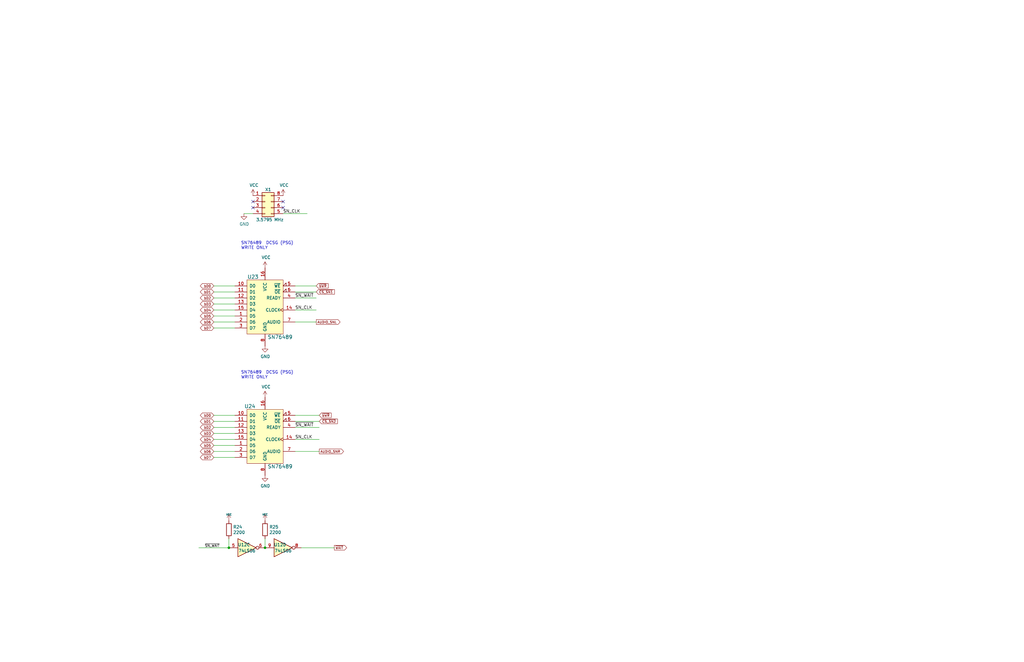
<source format=kicad_sch>
(kicad_sch (version 20211123) (generator eeschema)

  (uuid b69a56fb-9f26-4ddd-a5ca-82bddf3b9b5c)

  (paper "B")

  (lib_symbols
    (symbol "74xx:74LS06" (pin_names (offset 1.016)) (in_bom yes) (on_board yes)
      (property "Reference" "U" (id 0) (at 0 1.27 0)
        (effects (font (size 1.27 1.27)))
      )
      (property "Value" "74LS06" (id 1) (at 0 -1.27 0)
        (effects (font (size 1.27 1.27)))
      )
      (property "Footprint" "" (id 2) (at 0 0 0)
        (effects (font (size 1.27 1.27)) hide)
      )
      (property "Datasheet" "http://www.ti.com/lit/gpn/sn74LS06" (id 3) (at 0 0 0)
        (effects (font (size 1.27 1.27)) hide)
      )
      (property "ki_locked" "" (id 4) (at 0 0 0)
        (effects (font (size 1.27 1.27)))
      )
      (property "ki_keywords" "TTL not inv OpenCol" (id 5) (at 0 0 0)
        (effects (font (size 1.27 1.27)) hide)
      )
      (property "ki_description" "Inverter Open Collect" (id 6) (at 0 0 0)
        (effects (font (size 1.27 1.27)) hide)
      )
      (property "ki_fp_filters" "DIP*W7.62mm*" (id 7) (at 0 0 0)
        (effects (font (size 1.27 1.27)) hide)
      )
      (symbol "74LS06_1_0"
        (polyline
          (pts
            (xy -3.81 3.81)
            (xy -3.81 -3.81)
            (xy 3.81 0)
            (xy -3.81 3.81)
          )
          (stroke (width 0.254) (type default) (color 0 0 0 0))
          (fill (type background))
        )
        (pin input line (at -7.62 0 0) (length 3.81)
          (name "~" (effects (font (size 1.27 1.27))))
          (number "1" (effects (font (size 1.27 1.27))))
        )
        (pin open_collector inverted (at 7.62 0 180) (length 3.81)
          (name "~" (effects (font (size 1.27 1.27))))
          (number "2" (effects (font (size 1.27 1.27))))
        )
      )
      (symbol "74LS06_2_0"
        (polyline
          (pts
            (xy -3.81 3.81)
            (xy -3.81 -3.81)
            (xy 3.81 0)
            (xy -3.81 3.81)
          )
          (stroke (width 0.254) (type default) (color 0 0 0 0))
          (fill (type background))
        )
        (pin input line (at -7.62 0 0) (length 3.81)
          (name "~" (effects (font (size 1.27 1.27))))
          (number "3" (effects (font (size 1.27 1.27))))
        )
        (pin open_collector inverted (at 7.62 0 180) (length 3.81)
          (name "~" (effects (font (size 1.27 1.27))))
          (number "4" (effects (font (size 1.27 1.27))))
        )
      )
      (symbol "74LS06_3_0"
        (polyline
          (pts
            (xy -3.81 3.81)
            (xy -3.81 -3.81)
            (xy 3.81 0)
            (xy -3.81 3.81)
          )
          (stroke (width 0.254) (type default) (color 0 0 0 0))
          (fill (type background))
        )
        (pin input line (at -7.62 0 0) (length 3.81)
          (name "~" (effects (font (size 1.27 1.27))))
          (number "5" (effects (font (size 1.27 1.27))))
        )
        (pin open_collector inverted (at 7.62 0 180) (length 3.81)
          (name "~" (effects (font (size 1.27 1.27))))
          (number "6" (effects (font (size 1.27 1.27))))
        )
      )
      (symbol "74LS06_4_0"
        (polyline
          (pts
            (xy -3.81 3.81)
            (xy -3.81 -3.81)
            (xy 3.81 0)
            (xy -3.81 3.81)
          )
          (stroke (width 0.254) (type default) (color 0 0 0 0))
          (fill (type background))
        )
        (pin open_collector inverted (at 7.62 0 180) (length 3.81)
          (name "~" (effects (font (size 1.27 1.27))))
          (number "8" (effects (font (size 1.27 1.27))))
        )
        (pin input line (at -7.62 0 0) (length 3.81)
          (name "~" (effects (font (size 1.27 1.27))))
          (number "9" (effects (font (size 1.27 1.27))))
        )
      )
      (symbol "74LS06_5_0"
        (polyline
          (pts
            (xy -3.81 3.81)
            (xy -3.81 -3.81)
            (xy 3.81 0)
            (xy -3.81 3.81)
          )
          (stroke (width 0.254) (type default) (color 0 0 0 0))
          (fill (type background))
        )
        (pin open_collector inverted (at 7.62 0 180) (length 3.81)
          (name "~" (effects (font (size 1.27 1.27))))
          (number "10" (effects (font (size 1.27 1.27))))
        )
        (pin input line (at -7.62 0 0) (length 3.81)
          (name "~" (effects (font (size 1.27 1.27))))
          (number "11" (effects (font (size 1.27 1.27))))
        )
      )
      (symbol "74LS06_6_0"
        (polyline
          (pts
            (xy -3.81 3.81)
            (xy -3.81 -3.81)
            (xy 3.81 0)
            (xy -3.81 3.81)
          )
          (stroke (width 0.254) (type default) (color 0 0 0 0))
          (fill (type background))
        )
        (pin open_collector inverted (at 7.62 0 180) (length 3.81)
          (name "~" (effects (font (size 1.27 1.27))))
          (number "12" (effects (font (size 1.27 1.27))))
        )
        (pin input line (at -7.62 0 0) (length 3.81)
          (name "~" (effects (font (size 1.27 1.27))))
          (number "13" (effects (font (size 1.27 1.27))))
        )
      )
      (symbol "74LS06_7_0"
        (pin power_in line (at 0 12.7 270) (length 5.08)
          (name "VCC" (effects (font (size 1.27 1.27))))
          (number "14" (effects (font (size 1.27 1.27))))
        )
        (pin power_in line (at 0 -12.7 90) (length 5.08)
          (name "GND" (effects (font (size 1.27 1.27))))
          (number "7" (effects (font (size 1.27 1.27))))
        )
      )
      (symbol "74LS06_7_1"
        (rectangle (start -5.08 7.62) (end 5.08 -7.62)
          (stroke (width 0.254) (type default) (color 0 0 0 0))
          (fill (type background))
        )
      )
    )
    (symbol "Connector_Generic:Conn_02x04_Counter_Clockwise" (pin_names (offset 1.016) hide) (in_bom yes) (on_board yes)
      (property "Reference" "J" (id 0) (at 1.27 5.08 0)
        (effects (font (size 1.27 1.27)))
      )
      (property "Value" "Conn_02x04_Counter_Clockwise" (id 1) (at 1.27 -7.62 0)
        (effects (font (size 1.27 1.27)))
      )
      (property "Footprint" "" (id 2) (at 0 0 0)
        (effects (font (size 1.27 1.27)) hide)
      )
      (property "Datasheet" "~" (id 3) (at 0 0 0)
        (effects (font (size 1.27 1.27)) hide)
      )
      (property "ki_keywords" "connector" (id 4) (at 0 0 0)
        (effects (font (size 1.27 1.27)) hide)
      )
      (property "ki_description" "Generic connector, double row, 02x04, counter clockwise pin numbering scheme (similar to DIP package numbering), script generated (kicad-library-utils/schlib/autogen/connector/)" (id 5) (at 0 0 0)
        (effects (font (size 1.27 1.27)) hide)
      )
      (property "ki_fp_filters" "Connector*:*_2x??_*" (id 6) (at 0 0 0)
        (effects (font (size 1.27 1.27)) hide)
      )
      (symbol "Conn_02x04_Counter_Clockwise_1_1"
        (rectangle (start -1.27 -4.953) (end 0 -5.207)
          (stroke (width 0.1524) (type default) (color 0 0 0 0))
          (fill (type none))
        )
        (rectangle (start -1.27 -2.413) (end 0 -2.667)
          (stroke (width 0.1524) (type default) (color 0 0 0 0))
          (fill (type none))
        )
        (rectangle (start -1.27 0.127) (end 0 -0.127)
          (stroke (width 0.1524) (type default) (color 0 0 0 0))
          (fill (type none))
        )
        (rectangle (start -1.27 2.667) (end 0 2.413)
          (stroke (width 0.1524) (type default) (color 0 0 0 0))
          (fill (type none))
        )
        (rectangle (start -1.27 3.81) (end 3.81 -6.35)
          (stroke (width 0.254) (type default) (color 0 0 0 0))
          (fill (type background))
        )
        (rectangle (start 3.81 -4.953) (end 2.54 -5.207)
          (stroke (width 0.1524) (type default) (color 0 0 0 0))
          (fill (type none))
        )
        (rectangle (start 3.81 -2.413) (end 2.54 -2.667)
          (stroke (width 0.1524) (type default) (color 0 0 0 0))
          (fill (type none))
        )
        (rectangle (start 3.81 0.127) (end 2.54 -0.127)
          (stroke (width 0.1524) (type default) (color 0 0 0 0))
          (fill (type none))
        )
        (rectangle (start 3.81 2.667) (end 2.54 2.413)
          (stroke (width 0.1524) (type default) (color 0 0 0 0))
          (fill (type none))
        )
        (pin passive line (at -5.08 2.54 0) (length 3.81)
          (name "Pin_1" (effects (font (size 1.27 1.27))))
          (number "1" (effects (font (size 1.27 1.27))))
        )
        (pin passive line (at -5.08 0 0) (length 3.81)
          (name "Pin_2" (effects (font (size 1.27 1.27))))
          (number "2" (effects (font (size 1.27 1.27))))
        )
        (pin passive line (at -5.08 -2.54 0) (length 3.81)
          (name "Pin_3" (effects (font (size 1.27 1.27))))
          (number "3" (effects (font (size 1.27 1.27))))
        )
        (pin passive line (at -5.08 -5.08 0) (length 3.81)
          (name "Pin_4" (effects (font (size 1.27 1.27))))
          (number "4" (effects (font (size 1.27 1.27))))
        )
        (pin passive line (at 7.62 -5.08 180) (length 3.81)
          (name "Pin_5" (effects (font (size 1.27 1.27))))
          (number "5" (effects (font (size 1.27 1.27))))
        )
        (pin passive line (at 7.62 -2.54 180) (length 3.81)
          (name "Pin_6" (effects (font (size 1.27 1.27))))
          (number "6" (effects (font (size 1.27 1.27))))
        )
        (pin passive line (at 7.62 0 180) (length 3.81)
          (name "Pin_7" (effects (font (size 1.27 1.27))))
          (number "7" (effects (font (size 1.27 1.27))))
        )
        (pin passive line (at 7.62 2.54 180) (length 3.81)
          (name "Pin_8" (effects (font (size 1.27 1.27))))
          (number "8" (effects (font (size 1.27 1.27))))
        )
      )
    )
    (symbol "Device:R" (pin_numbers hide) (pin_names (offset 0)) (in_bom yes) (on_board yes)
      (property "Reference" "R" (id 0) (at 2.032 0 90)
        (effects (font (size 1.27 1.27)))
      )
      (property "Value" "R" (id 1) (at 0 0 90)
        (effects (font (size 1.27 1.27)))
      )
      (property "Footprint" "" (id 2) (at -1.778 0 90)
        (effects (font (size 1.27 1.27)) hide)
      )
      (property "Datasheet" "~" (id 3) (at 0 0 0)
        (effects (font (size 1.27 1.27)) hide)
      )
      (property "ki_keywords" "R res resistor" (id 4) (at 0 0 0)
        (effects (font (size 1.27 1.27)) hide)
      )
      (property "ki_description" "Resistor" (id 5) (at 0 0 0)
        (effects (font (size 1.27 1.27)) hide)
      )
      (property "ki_fp_filters" "R_*" (id 6) (at 0 0 0)
        (effects (font (size 1.27 1.27)) hide)
      )
      (symbol "R_0_1"
        (rectangle (start -1.016 -2.54) (end 1.016 2.54)
          (stroke (width 0.254) (type default) (color 0 0 0 0))
          (fill (type none))
        )
      )
      (symbol "R_1_1"
        (pin passive line (at 0 3.81 270) (length 1.27)
          (name "~" (effects (font (size 1.27 1.27))))
          (number "1" (effects (font (size 1.27 1.27))))
        )
        (pin passive line (at 0 -3.81 90) (length 1.27)
          (name "~" (effects (font (size 1.27 1.27))))
          (number "2" (effects (font (size 1.27 1.27))))
        )
      )
    )
    (symbol "SN76489:SN76489-oldchips" (pin_names (offset 1.016)) (in_bom yes) (on_board yes)
      (property "Reference" "U25" (id 0) (at -6.35 25.4 0)
        (effects (font (size 1.524 1.524)))
      )
      (property "Value" "SN76489-oldchips" (id 1) (at 6.35 0 0)
        (effects (font (size 1.524 1.524)))
      )
      (property "Footprint" "Package_DIP:DIP-16_W7.62mm" (id 2) (at -6.35 25.4 0)
        (effects (font (size 1.524 1.524)) hide)
      )
      (property "Datasheet" "" (id 3) (at -6.35 25.4 0)
        (effects (font (size 1.524 1.524)) hide)
      )
      (symbol "SN76489-oldchips_0_1"
        (rectangle (start -7.62 24.13) (end 7.62 1.27)
          (stroke (width 0) (type default) (color 0 0 0 0))
          (fill (type background))
        )
      )
      (symbol "SN76489-oldchips_1_1"
        (pin input line (at -12.7 8.89 0) (length 5.08)
          (name "D5" (effects (font (size 1.27 1.27))))
          (number "1" (effects (font (size 1.27 1.27))))
        )
        (pin input line (at -12.7 21.59 0) (length 5.08)
          (name "D0" (effects (font (size 1.27 1.27))))
          (number "10" (effects (font (size 1.27 1.27))))
        )
        (pin input line (at -12.7 19.05 0) (length 5.08)
          (name "D1" (effects (font (size 1.27 1.27))))
          (number "11" (effects (font (size 1.27 1.27))))
        )
        (pin input line (at -12.7 16.51 0) (length 5.08)
          (name "D2" (effects (font (size 1.27 1.27))))
          (number "12" (effects (font (size 1.27 1.27))))
        )
        (pin input line (at -12.7 13.97 0) (length 5.08)
          (name "D3" (effects (font (size 1.27 1.27))))
          (number "13" (effects (font (size 1.27 1.27))))
        )
        (pin input clock (at 12.7 11.43 180) (length 5.08)
          (name "CLOCK" (effects (font (size 1.27 1.27))))
          (number "14" (effects (font (size 1.27 1.27))))
        )
        (pin input line (at -12.7 11.43 0) (length 5.08)
          (name "D4" (effects (font (size 1.27 1.27))))
          (number "15" (effects (font (size 1.27 1.27))))
        )
        (pin input line (at 0 29.21 270) (length 5.08)
          (name "VCC" (effects (font (size 1.27 1.27))))
          (number "16" (effects (font (size 1.27 1.27))))
        )
        (pin input line (at -12.7 6.35 0) (length 5.08)
          (name "D6" (effects (font (size 1.27 1.27))))
          (number "2" (effects (font (size 1.27 1.27))))
        )
        (pin input line (at -12.7 3.81 0) (length 5.08)
          (name "D7" (effects (font (size 1.27 1.27))))
          (number "3" (effects (font (size 1.27 1.27))))
        )
        (pin open_collector line (at 12.7 16.51 180) (length 5.08)
          (name "READY" (effects (font (size 1.27 1.27))))
          (number "4" (effects (font (size 1.27 1.27))))
        )
        (pin input input_low (at 12.7 21.59 180) (length 5.08)
          (name "~{WE}" (effects (font (size 1.27 1.27))))
          (number "5" (effects (font (size 1.27 1.27))))
        )
        (pin input input_low (at 12.7 19.05 180) (length 5.08)
          (name "~{OE}" (effects (font (size 1.27 1.27))))
          (number "6" (effects (font (size 1.27 1.27))))
        )
        (pin output line (at 12.7 6.35 180) (length 5.08)
          (name "AUDIO" (effects (font (size 1.27 1.27))))
          (number "7" (effects (font (size 1.27 1.27))))
        )
        (pin input line (at 0 -3.81 90) (length 5.08)
          (name "GND" (effects (font (size 1.27 1.27))))
          (number "8" (effects (font (size 1.27 1.27))))
        )
        (pin no_connect line (at 12.7 3.81 180) (length 5.08) hide
          (name "N.C." (effects (font (size 1.27 1.27))))
          (number "9" (effects (font (size 1.27 1.27))))
        )
      )
    )
    (symbol "power:GND" (power) (pin_names (offset 0)) (in_bom yes) (on_board yes)
      (property "Reference" "#PWR" (id 0) (at 0 -6.35 0)
        (effects (font (size 1.27 1.27)) hide)
      )
      (property "Value" "GND" (id 1) (at 0 -3.81 0)
        (effects (font (size 1.27 1.27)))
      )
      (property "Footprint" "" (id 2) (at 0 0 0)
        (effects (font (size 1.27 1.27)) hide)
      )
      (property "Datasheet" "" (id 3) (at 0 0 0)
        (effects (font (size 1.27 1.27)) hide)
      )
      (property "ki_keywords" "global power" (id 4) (at 0 0 0)
        (effects (font (size 1.27 1.27)) hide)
      )
      (property "ki_description" "Power symbol creates a global label with name \"GND\" , ground" (id 5) (at 0 0 0)
        (effects (font (size 1.27 1.27)) hide)
      )
      (symbol "GND_0_1"
        (polyline
          (pts
            (xy 0 0)
            (xy 0 -1.27)
            (xy 1.27 -1.27)
            (xy 0 -2.54)
            (xy -1.27 -1.27)
            (xy 0 -1.27)
          )
          (stroke (width 0) (type default) (color 0 0 0 0))
          (fill (type none))
        )
      )
      (symbol "GND_1_1"
        (pin power_in line (at 0 0 270) (length 0) hide
          (name "GND" (effects (font (size 1.27 1.27))))
          (number "1" (effects (font (size 1.27 1.27))))
        )
      )
    )
    (symbol "power:VCC" (power) (pin_names (offset 0)) (in_bom yes) (on_board yes)
      (property "Reference" "#PWR" (id 0) (at 0 -3.81 0)
        (effects (font (size 1.27 1.27)) hide)
      )
      (property "Value" "VCC" (id 1) (at 0 3.81 0)
        (effects (font (size 1.27 1.27)))
      )
      (property "Footprint" "" (id 2) (at 0 0 0)
        (effects (font (size 1.27 1.27)) hide)
      )
      (property "Datasheet" "" (id 3) (at 0 0 0)
        (effects (font (size 1.27 1.27)) hide)
      )
      (property "ki_keywords" "global power" (id 4) (at 0 0 0)
        (effects (font (size 1.27 1.27)) hide)
      )
      (property "ki_description" "Power symbol creates a global label with name \"VCC\"" (id 5) (at 0 0 0)
        (effects (font (size 1.27 1.27)) hide)
      )
      (symbol "VCC_0_1"
        (polyline
          (pts
            (xy -0.762 1.27)
            (xy 0 2.54)
          )
          (stroke (width 0) (type default) (color 0 0 0 0))
          (fill (type none))
        )
        (polyline
          (pts
            (xy 0 0)
            (xy 0 2.54)
          )
          (stroke (width 0) (type default) (color 0 0 0 0))
          (fill (type none))
        )
        (polyline
          (pts
            (xy 0 2.54)
            (xy 0.762 1.27)
          )
          (stroke (width 0) (type default) (color 0 0 0 0))
          (fill (type none))
        )
      )
      (symbol "VCC_1_1"
        (pin power_in line (at 0 0 90) (length 0) hide
          (name "VCC" (effects (font (size 1.27 1.27))))
          (number "1" (effects (font (size 1.27 1.27))))
        )
      )
    )
  )

  (junction (at 111.76 231.14) (diameter 0) (color 0 0 0 0)
    (uuid 20ea060f-42d5-48fd-afbc-2b76f8b93ab8)
  )
  (junction (at 96.52 231.14) (diameter 0) (color 0 0 0 0)
    (uuid 359d8026-da94-47a6-8dd3-c0a564e2509b)
  )

  (no_connect (at 119.38 87.63) (uuid 4782cece-f887-4afa-9a75-7dc85f24e059))
  (no_connect (at 106.68 85.09) (uuid 6e8d7f3f-aabb-4592-83d4-fe11e10de329))
  (no_connect (at 119.38 85.09) (uuid 749f59d9-2a9f-43a0-ad17-91df5572fd6a))
  (no_connect (at 106.68 87.63) (uuid a84ec774-090f-4601-9766-6dd53aa9988d))

  (wire (pts (xy 90.17 123.19) (xy 99.06 123.19))
    (stroke (width 0) (type default) (color 0 0 0 0))
    (uuid 03fd035e-e165-4db0-b83d-17ba044dd665)
  )
  (wire (pts (xy 111.76 227.33) (xy 111.76 231.14))
    (stroke (width 0) (type default) (color 0 0 0 0))
    (uuid 07847382-1535-4cf1-bbc6-c099fee6df4c)
  )
  (wire (pts (xy 133.35 123.19) (xy 124.46 123.19))
    (stroke (width 0) (type default) (color 0 0 0 0))
    (uuid 1a63fa7c-b0f0-4b9d-9d03-3abdf10e7d9d)
  )
  (wire (pts (xy 90.17 138.43) (xy 99.06 138.43))
    (stroke (width 0) (type default) (color 0 0 0 0))
    (uuid 2205723c-7f8e-4b81-aceb-f553e8f45ecc)
  )
  (wire (pts (xy 90.17 135.89) (xy 99.06 135.89))
    (stroke (width 0) (type default) (color 0 0 0 0))
    (uuid 2d0c9790-e8b7-48d3-b8af-4b1cdf8bd49e)
  )
  (wire (pts (xy 124.46 185.42) (xy 134.62 185.42))
    (stroke (width 0) (type default) (color 0 0 0 0))
    (uuid 2fa25237-ac48-4ee7-bb74-64176a274d4b)
  )
  (wire (pts (xy 124.46 135.89) (xy 133.35 135.89))
    (stroke (width 0) (type default) (color 0 0 0 0))
    (uuid 305423f9-7a83-4597-9740-d387c2838c1b)
  )
  (wire (pts (xy 90.17 125.73) (xy 99.06 125.73))
    (stroke (width 0) (type default) (color 0 0 0 0))
    (uuid 32dff103-12df-4568-bbf0-1b21e7715011)
  )
  (wire (pts (xy 102.87 90.17) (xy 106.68 90.17))
    (stroke (width 0) (type default) (color 0 0 0 0))
    (uuid 3499631a-e8cb-47e0-863e-580649d257d1)
  )
  (wire (pts (xy 90.17 128.27) (xy 99.06 128.27))
    (stroke (width 0) (type default) (color 0 0 0 0))
    (uuid 3a49094c-4be4-4694-8668-32dc8d8e7821)
  )
  (wire (pts (xy 124.46 125.73) (xy 133.35 125.73))
    (stroke (width 0) (type default) (color 0 0 0 0))
    (uuid 3dfc3349-6944-458b-811a-92edaa86a7ee)
  )
  (wire (pts (xy 90.17 190.5) (xy 99.06 190.5))
    (stroke (width 0) (type default) (color 0 0 0 0))
    (uuid 447168b0-01bd-43da-8615-d4e13043b411)
  )
  (wire (pts (xy 90.17 180.34) (xy 99.06 180.34))
    (stroke (width 0) (type default) (color 0 0 0 0))
    (uuid 4d8150bc-5315-49d6-b851-43ab22a8512e)
  )
  (wire (pts (xy 90.17 193.04) (xy 99.06 193.04))
    (stroke (width 0) (type default) (color 0 0 0 0))
    (uuid 54b676a3-7880-4e3e-96a5-7bacf12ddc4d)
  )
  (wire (pts (xy 140.97 231.14) (xy 127 231.14))
    (stroke (width 0) (type default) (color 0 0 0 0))
    (uuid 56dea4aa-7aa0-42c0-8a28-c427d8048980)
  )
  (wire (pts (xy 134.62 177.8) (xy 124.46 177.8))
    (stroke (width 0) (type default) (color 0 0 0 0))
    (uuid 6229a5ae-220a-41f7-8211-cb89792632b6)
  )
  (wire (pts (xy 124.46 130.81) (xy 133.35 130.81))
    (stroke (width 0) (type default) (color 0 0 0 0))
    (uuid 738d6322-9a54-4f13-8832-8747406eb784)
  )
  (wire (pts (xy 90.17 175.26) (xy 99.06 175.26))
    (stroke (width 0) (type default) (color 0 0 0 0))
    (uuid 7b135408-2e1a-4971-9461-ab14530861c9)
  )
  (wire (pts (xy 90.17 187.96) (xy 99.06 187.96))
    (stroke (width 0) (type default) (color 0 0 0 0))
    (uuid 91fa6a17-39a2-428f-bed0-0cf02e81823d)
  )
  (wire (pts (xy 119.38 90.17) (xy 129.54 90.17))
    (stroke (width 0) (type default) (color 0 0 0 0))
    (uuid 99979874-607c-44bd-962f-88b54aa7607a)
  )
  (wire (pts (xy 90.17 133.35) (xy 99.06 133.35))
    (stroke (width 0) (type default) (color 0 0 0 0))
    (uuid 9bbbd232-613e-4422-998d-ab0034ec875e)
  )
  (wire (pts (xy 90.17 177.8) (xy 99.06 177.8))
    (stroke (width 0) (type default) (color 0 0 0 0))
    (uuid a26e0352-880c-40ef-8d29-aae8d4a41862)
  )
  (wire (pts (xy 134.62 175.26) (xy 124.46 175.26))
    (stroke (width 0) (type default) (color 0 0 0 0))
    (uuid a291b26c-e4bc-4e4b-b030-ec834ed28418)
  )
  (wire (pts (xy 90.17 185.42) (xy 99.06 185.42))
    (stroke (width 0) (type default) (color 0 0 0 0))
    (uuid a617b204-5e9a-4acd-ac38-28fbb85d9f9e)
  )
  (wire (pts (xy 83.82 231.14) (xy 96.52 231.14))
    (stroke (width 0) (type default) (color 0 0 0 0))
    (uuid c07ca05f-47f6-4cf1-8ea3-e136d4d7e090)
  )
  (wire (pts (xy 90.17 120.65) (xy 99.06 120.65))
    (stroke (width 0) (type default) (color 0 0 0 0))
    (uuid cbaa4040-b3f1-4f77-918e-e1ee633bfa35)
  )
  (wire (pts (xy 90.17 130.81) (xy 99.06 130.81))
    (stroke (width 0) (type default) (color 0 0 0 0))
    (uuid d7e47d66-e687-48da-ae1f-5478f770eb90)
  )
  (wire (pts (xy 124.46 190.5) (xy 134.62 190.5))
    (stroke (width 0) (type default) (color 0 0 0 0))
    (uuid dec4f3c5-2e49-499a-b110-65d788c02491)
  )
  (wire (pts (xy 133.35 120.65) (xy 124.46 120.65))
    (stroke (width 0) (type default) (color 0 0 0 0))
    (uuid e6452d6c-caf3-4510-ac8f-9d566cb705c6)
  )
  (wire (pts (xy 90.17 182.88) (xy 99.06 182.88))
    (stroke (width 0) (type default) (color 0 0 0 0))
    (uuid f8c62000-02ac-4140-bca2-9d3fdd447724)
  )
  (wire (pts (xy 124.46 180.34) (xy 134.62 180.34))
    (stroke (width 0) (type default) (color 0 0 0 0))
    (uuid fd948446-cd7b-491f-95f7-16a5987db48b)
  )
  (wire (pts (xy 96.52 227.33) (xy 96.52 231.14))
    (stroke (width 0) (type default) (color 0 0 0 0))
    (uuid ff16a70a-a5c9-4c9f-a103-42647d4f69a7)
  )

  (text "SN76489  DCSG (PSG)\nWRITE ONLY" (at 101.6 105.41 0)
    (effects (font (size 1.27 1.27)) (justify left bottom))
    (uuid 25abf69f-3e1b-4c2e-9d19-ca2cc5856cae)
  )
  (text "SN76489  DCSG (PSG)\nWRITE ONLY" (at 101.6 160.02 0)
    (effects (font (size 1.27 1.27)) (justify left bottom))
    (uuid aa85fa4e-2291-49e3-aec0-f2c599f0fef0)
  )

  (label "SN_CLK" (at 124.46 185.42 0)
    (effects (font (size 1.27 1.27)) (justify left bottom))
    (uuid 2e5123fb-44b4-4dfb-bff2-1041bbc55afa)
  )
  (label "SN_CLK" (at 119.38 90.17 0)
    (effects (font (size 1.27 1.27)) (justify left bottom))
    (uuid 3ebcc98a-6631-4fa1-884a-1df1260c480b)
  )
  (label "~{SN_WAIT}" (at 86.36 231.14 0)
    (effects (font (size 1.016 1.016)) (justify left bottom))
    (uuid 746374b7-3680-4fdf-8a96-afaff2ddbd78)
  )
  (label "~{SN_WAIT}" (at 124.46 180.34 0)
    (effects (font (size 1.27 1.27)) (justify left bottom))
    (uuid 8f89cdc1-e055-40ef-a2ce-de8f6a9b0222)
  )
  (label "~{SN_WAIT}" (at 124.46 125.73 0)
    (effects (font (size 1.27 1.27)) (justify left bottom))
    (uuid 9d564aca-57b5-4d7e-b310-d5e81cd1e346)
  )
  (label "SN_CLK" (at 124.46 130.81 0)
    (effects (font (size 1.27 1.27)) (justify left bottom))
    (uuid a290c6f4-acdf-4872-8545-d7ecb121343f)
  )

  (global_label "bD7" (shape bidirectional) (at 90.17 193.04 180) (fields_autoplaced)
    (effects (font (size 1.016 1.016)) (justify right))
    (uuid 11da94ef-d1bb-437b-831d-fdae746e65fb)
    (property "Intersheet References" "${INTERSHEET_REFS}" (id 0) (at -83.82 87.63 0)
      (effects (font (size 1.27 1.27)) (justify right) hide)
    )
  )
  (global_label "bD7" (shape bidirectional) (at 90.17 138.43 180) (fields_autoplaced)
    (effects (font (size 1.016 1.016)) (justify right))
    (uuid 179c69b0-c889-482b-94e1-d1a9f1ca31a9)
    (property "Intersheet References" "${INTERSHEET_REFS}" (id 0) (at -83.82 33.02 0)
      (effects (font (size 1.27 1.27)) (justify right) hide)
    )
  )
  (global_label "~{WAIT}" (shape output) (at 140.97 231.14 0) (fields_autoplaced)
    (effects (font (size 1.016 1.016)) (justify left))
    (uuid 1853d7a5-5e6f-4417-ab0d-0c77f1d9335b)
    (property "Intersheet References" "${INTERSHEET_REFS}" (id 0) (at 146.1192 231.0765 0)
      (effects (font (size 1.016 1.016)) (justify left) hide)
    )
  )
  (global_label "bD3" (shape bidirectional) (at 90.17 182.88 180) (fields_autoplaced)
    (effects (font (size 1.016 1.016)) (justify right))
    (uuid 19b4fc51-7ac4-4e62-8535-9ce09b5f3686)
    (property "Intersheet References" "${INTERSHEET_REFS}" (id 0) (at -83.82 87.63 0)
      (effects (font (size 1.27 1.27)) (justify right) hide)
    )
  )
  (global_label "~{CS_SN2}" (shape input) (at 134.62 177.8 0) (fields_autoplaced)
    (effects (font (size 1.016 1.016)) (justify left))
    (uuid 19e971cd-2467-42eb-8e53-e6f9a097ea4c)
    (property "Intersheet References" "${INTERSHEET_REFS}" (id 0) (at 142.2366 177.7365 0)
      (effects (font (size 1.016 1.016)) (justify left) hide)
    )
  )
  (global_label "~{bWR}" (shape input) (at 134.62 175.26 0) (fields_autoplaced)
    (effects (font (size 1.016 1.016)) (justify left))
    (uuid 2654dc92-626d-4b8a-8e96-77ff22cee56d)
    (property "Intersheet References" "${INTERSHEET_REFS}" (id 0) (at 139.5757 175.1965 0)
      (effects (font (size 1.016 1.016)) (justify left) hide)
    )
  )
  (global_label "bD0" (shape bidirectional) (at 90.17 175.26 180) (fields_autoplaced)
    (effects (font (size 1.016 1.016)) (justify right))
    (uuid 55e1480b-17a6-463d-800b-aeb9f53c98ef)
    (property "Intersheet References" "${INTERSHEET_REFS}" (id 0) (at -83.82 87.63 0)
      (effects (font (size 1.27 1.27)) (justify right) hide)
    )
  )
  (global_label "bD1" (shape bidirectional) (at 90.17 177.8 180) (fields_autoplaced)
    (effects (font (size 1.016 1.016)) (justify right))
    (uuid 5f8d1571-8eaf-4bfe-ad89-64a27fb041f3)
    (property "Intersheet References" "${INTERSHEET_REFS}" (id 0) (at -83.82 87.63 0)
      (effects (font (size 1.27 1.27)) (justify right) hide)
    )
  )
  (global_label "bD5" (shape bidirectional) (at 90.17 187.96 180) (fields_autoplaced)
    (effects (font (size 1.016 1.016)) (justify right))
    (uuid 63115381-45db-4a15-a829-ab23db2e1910)
    (property "Intersheet References" "${INTERSHEET_REFS}" (id 0) (at -83.82 87.63 0)
      (effects (font (size 1.27 1.27)) (justify right) hide)
    )
  )
  (global_label "bD2" (shape bidirectional) (at 90.17 180.34 180) (fields_autoplaced)
    (effects (font (size 1.016 1.016)) (justify right))
    (uuid 708dbd4b-1758-4095-8dab-fa29d9f5387a)
    (property "Intersheet References" "${INTERSHEET_REFS}" (id 0) (at -83.82 87.63 0)
      (effects (font (size 1.27 1.27)) (justify right) hide)
    )
  )
  (global_label "bD6" (shape bidirectional) (at 90.17 190.5 180) (fields_autoplaced)
    (effects (font (size 1.016 1.016)) (justify right))
    (uuid 7698992b-3938-49bd-a3eb-08b12569df5e)
    (property "Intersheet References" "${INTERSHEET_REFS}" (id 0) (at -83.82 87.63 0)
      (effects (font (size 1.27 1.27)) (justify right) hide)
    )
  )
  (global_label "AUDIO_SNL" (shape output) (at 133.35 135.89 0) (fields_autoplaced)
    (effects (font (size 1.016 1.016)) (justify left))
    (uuid 827c6e63-7e91-4f98-b2df-9386966fbf1b)
    (property "Intersheet References" "${INTERSHEET_REFS}" (id 0) (at 143.3373 135.8265 0)
      (effects (font (size 1.016 1.016)) (justify left) hide)
    )
  )
  (global_label "bD5" (shape bidirectional) (at 90.17 133.35 180) (fields_autoplaced)
    (effects (font (size 1.016 1.016)) (justify right))
    (uuid 9b825b96-84c1-4081-8a26-9172afda8e16)
    (property "Intersheet References" "${INTERSHEET_REFS}" (id 0) (at -83.82 33.02 0)
      (effects (font (size 1.27 1.27)) (justify right) hide)
    )
  )
  (global_label "bD0" (shape bidirectional) (at 90.17 120.65 180) (fields_autoplaced)
    (effects (font (size 1.016 1.016)) (justify right))
    (uuid a12e7d3a-b0c0-41a3-b1a3-51cd9f7c3fff)
    (property "Intersheet References" "${INTERSHEET_REFS}" (id 0) (at -83.82 33.02 0)
      (effects (font (size 1.27 1.27)) (justify right) hide)
    )
  )
  (global_label "bD3" (shape bidirectional) (at 90.17 128.27 180) (fields_autoplaced)
    (effects (font (size 1.016 1.016)) (justify right))
    (uuid a31afc72-678a-42a3-aa1b-f7a2327fe31b)
    (property "Intersheet References" "${INTERSHEET_REFS}" (id 0) (at -83.82 33.02 0)
      (effects (font (size 1.27 1.27)) (justify right) hide)
    )
  )
  (global_label "~{CS_SN1}" (shape input) (at 133.35 123.19 0) (fields_autoplaced)
    (effects (font (size 1.016 1.016)) (justify left))
    (uuid a345d1db-e4b5-4830-b5a9-0cf6d5ec8f38)
    (property "Intersheet References" "${INTERSHEET_REFS}" (id 0) (at 140.9666 123.1265 0)
      (effects (font (size 1.016 1.016)) (justify left) hide)
    )
  )
  (global_label "AUDIO_SNR" (shape output) (at 134.62 190.5 0) (fields_autoplaced)
    (effects (font (size 1.016 1.016)) (justify left))
    (uuid a8185fe3-8764-426a-9b06-4031a26437d1)
    (property "Intersheet References" "${INTERSHEET_REFS}" (id 0) (at 144.8008 190.4365 0)
      (effects (font (size 1.016 1.016)) (justify left) hide)
    )
  )
  (global_label "bD4" (shape bidirectional) (at 90.17 130.81 180) (fields_autoplaced)
    (effects (font (size 1.016 1.016)) (justify right))
    (uuid b7594bcf-a533-448a-8d39-830265b294e9)
    (property "Intersheet References" "${INTERSHEET_REFS}" (id 0) (at -83.82 33.02 0)
      (effects (font (size 1.27 1.27)) (justify right) hide)
    )
  )
  (global_label "bD1" (shape bidirectional) (at 90.17 123.19 180) (fields_autoplaced)
    (effects (font (size 1.016 1.016)) (justify right))
    (uuid bfaf422a-125f-4b85-8c24-f075fbcedf42)
    (property "Intersheet References" "${INTERSHEET_REFS}" (id 0) (at -83.82 33.02 0)
      (effects (font (size 1.27 1.27)) (justify right) hide)
    )
  )
  (global_label "bD4" (shape bidirectional) (at 90.17 185.42 180) (fields_autoplaced)
    (effects (font (size 1.016 1.016)) (justify right))
    (uuid ca754584-8142-4f91-959e-8cf4d55575f9)
    (property "Intersheet References" "${INTERSHEET_REFS}" (id 0) (at -83.82 87.63 0)
      (effects (font (size 1.27 1.27)) (justify right) hide)
    )
  )
  (global_label "bD2" (shape bidirectional) (at 90.17 125.73 180) (fields_autoplaced)
    (effects (font (size 1.016 1.016)) (justify right))
    (uuid d32c21b1-bde8-45f4-86a5-c71daec73ee8)
    (property "Intersheet References" "${INTERSHEET_REFS}" (id 0) (at -83.82 33.02 0)
      (effects (font (size 1.27 1.27)) (justify right) hide)
    )
  )
  (global_label "~{bWR}" (shape input) (at 133.35 120.65 0) (fields_autoplaced)
    (effects (font (size 1.016 1.016)) (justify left))
    (uuid d918fa7f-04e5-4487-95ea-b160ab5db38f)
    (property "Intersheet References" "${INTERSHEET_REFS}" (id 0) (at 138.3057 120.5865 0)
      (effects (font (size 1.016 1.016)) (justify left) hide)
    )
  )
  (global_label "bD6" (shape bidirectional) (at 90.17 135.89 180) (fields_autoplaced)
    (effects (font (size 1.016 1.016)) (justify right))
    (uuid f2c61fc6-f986-41ae-b317-40d9704d5ffc)
    (property "Intersheet References" "${INTERSHEET_REFS}" (id 0) (at -83.82 33.02 0)
      (effects (font (size 1.27 1.27)) (justify right) hide)
    )
  )

  (symbol (lib_id "Connector_Generic:Conn_02x04_Counter_Clockwise") (at 111.76 85.09 0) (unit 1)
    (in_bom yes) (on_board yes)
    (uuid 00000000-0000-0000-0000-00005e436ee9)
    (property "Reference" "X1" (id 0) (at 111.76 80.01 0)
      (effects (font (size 1.27 1.27)) (justify left))
    )
    (property "Value" "3.5795 MHz" (id 1) (at 107.95 92.71 0)
      (effects (font (size 1.27 1.27)) (justify left))
    )
    (property "Footprint" "Package_DIP:DIP-8_W7.62mm_Socket" (id 2) (at 111.76 85.09 0)
      (effects (font (size 1.27 1.27)) hide)
    )
    (property "Datasheet" "~" (id 3) (at 111.76 85.09 0)
      (effects (font (size 1.27 1.27)) hide)
    )
    (pin "1" (uuid 2c96e0fa-1eed-4100-874f-d51a967ffe82))
    (pin "2" (uuid 4b17f975-52f9-4d68-a56e-a51bad2a290f))
    (pin "3" (uuid a6e7c5fa-41d4-41b3-bdd3-4cee05eec3dc))
    (pin "4" (uuid 68989099-9b98-4aa1-9ec1-7b9b41a0f9de))
    (pin "5" (uuid f1af5d73-54db-45b4-b6fc-15597cf40e96))
    (pin "6" (uuid 6a28b312-cca2-45ee-989c-8e452b874129))
    (pin "7" (uuid 70724694-761a-43d6-9932-2b3dc26b6fc0))
    (pin "8" (uuid 1d95b12b-f69d-4025-9fa7-8a75253b7c5f))
  )

  (symbol (lib_id "power:GND") (at 102.87 90.17 0) (unit 1)
    (in_bom yes) (on_board yes)
    (uuid 00000000-0000-0000-0000-00005e439944)
    (property "Reference" "#PWR064" (id 0) (at 102.87 96.52 0)
      (effects (font (size 1.27 1.27)) hide)
    )
    (property "Value" "GND" (id 1) (at 102.997 94.5642 0))
    (property "Footprint" "" (id 2) (at 102.87 90.17 0)
      (effects (font (size 1.27 1.27)) hide)
    )
    (property "Datasheet" "" (id 3) (at 102.87 90.17 0)
      (effects (font (size 1.27 1.27)) hide)
    )
    (pin "1" (uuid 1324ebd4-1947-4589-b156-ee479950fd45))
  )

  (symbol (lib_id "SN76489:SN76489-oldchips") (at 111.76 142.24 0) (unit 1)
    (in_bom yes) (on_board yes)
    (uuid 00000000-0000-0000-0000-00005fd3b404)
    (property "Reference" "U23" (id 0) (at 106.68 116.84 0)
      (effects (font (size 1.524 1.524)))
    )
    (property "Value" "SN76489" (id 1) (at 118.11 142.24 0)
      (effects (font (size 1.524 1.524)))
    )
    (property "Footprint" "Package_DIP:DIP-16_W7.62mm_Socket" (id 2) (at 105.41 116.84 0)
      (effects (font (size 1.524 1.524)) hide)
    )
    (property "Datasheet" "" (id 3) (at 105.41 116.84 0)
      (effects (font (size 1.524 1.524)) hide)
    )
    (pin "1" (uuid 13de62f5-6494-4cfd-9d35-9325488fdaa8))
    (pin "10" (uuid dfece3a7-e714-4326-87c1-815e8941984a))
    (pin "11" (uuid 6079babc-7c3b-4317-bab9-b9797de980ac))
    (pin "12" (uuid ea900b64-fa51-486d-9af3-53b76b088f3b))
    (pin "13" (uuid 2f224f77-4f8d-4813-bf94-ab21fea7bd72))
    (pin "14" (uuid 39e84f88-2727-4a45-94c1-bcf461170f50))
    (pin "15" (uuid f5f796e8-c813-4463-910b-bc92006192c2))
    (pin "16" (uuid ef545055-6080-45de-9a9c-086c68146f55))
    (pin "2" (uuid a2b77ec7-b52c-4b60-b232-c0c841ad6b3f))
    (pin "3" (uuid 42c4ad7d-8d93-42fb-b489-83c823403f49))
    (pin "4" (uuid a5889a21-837a-4cb9-bd53-18a1c7b7c51d))
    (pin "5" (uuid 664af562-2855-491a-ae65-151373e42abf))
    (pin "6" (uuid 35dab586-4823-4b73-92b3-0fb0d28f3993))
    (pin "7" (uuid 7361bbbe-4d3a-499d-b5d7-3b3f9f091227))
    (pin "8" (uuid 8f1dbd39-f1a9-4239-b270-4867dcce1291))
    (pin "9" (uuid 0bef94fb-cbe7-42f0-8349-48438e61b56e))
  )

  (symbol (lib_id "SN76489:SN76489-oldchips") (at 111.76 196.85 0) (unit 1)
    (in_bom yes) (on_board yes)
    (uuid 00000000-0000-0000-0000-00005fd3ec9d)
    (property "Reference" "U24" (id 0) (at 105.41 171.45 0)
      (effects (font (size 1.524 1.524)))
    )
    (property "Value" "SN76489" (id 1) (at 118.11 196.85 0)
      (effects (font (size 1.524 1.524)))
    )
    (property "Footprint" "Package_DIP:DIP-16_W7.62mm_Socket" (id 2) (at 105.41 171.45 0)
      (effects (font (size 1.524 1.524)) hide)
    )
    (property "Datasheet" "" (id 3) (at 105.41 171.45 0)
      (effects (font (size 1.524 1.524)) hide)
    )
    (pin "1" (uuid 6c3758fa-8eac-46cd-8a8c-06b3c7ec26d1))
    (pin "10" (uuid a4970bc0-bba1-406e-a72f-52c9c13c3c1b))
    (pin "11" (uuid 62bb5699-8055-4723-ab98-a61ad6624965))
    (pin "12" (uuid ef7bff27-9dc5-4303-8489-7c1cca0c3f3c))
    (pin "13" (uuid ed6c7447-d276-4c25-ba0d-b088cfe128ae))
    (pin "14" (uuid 9eada568-6f87-403f-959e-474b54f5d2c1))
    (pin "15" (uuid 5007a6b1-5ca3-4e4b-a7aa-baa41f74635b))
    (pin "16" (uuid 079d3358-2e7c-4a1d-b1e8-6051e77188e6))
    (pin "2" (uuid 67851659-9de0-44b0-b113-98ac32042265))
    (pin "3" (uuid a3f1e559-fb9a-4c64-88b7-722b0c62e98b))
    (pin "4" (uuid dc776ed6-04c4-4eca-a5b7-05a26abe3273))
    (pin "5" (uuid 26a94f88-7528-4289-bb21-46ca3bed490e))
    (pin "6" (uuid 8efb33fc-037b-49cd-8c0e-f834796644fa))
    (pin "7" (uuid bdfed545-2e8f-437a-b931-99511c5a7a0e))
    (pin "8" (uuid 7ca14204-a746-484e-a540-c52f346bdffe))
    (pin "9" (uuid 05510fda-763b-4b08-a72a-b66dbcbde7fb))
  )

  (symbol (lib_id "power:GND") (at 111.76 146.05 0) (unit 1)
    (in_bom yes) (on_board yes)
    (uuid 00000000-0000-0000-0000-00005fd4b06b)
    (property "Reference" "#PWR066" (id 0) (at 111.76 152.4 0)
      (effects (font (size 1.27 1.27)) hide)
    )
    (property "Value" "GND" (id 1) (at 111.887 150.4442 0))
    (property "Footprint" "" (id 2) (at 111.76 146.05 0)
      (effects (font (size 1.27 1.27)) hide)
    )
    (property "Datasheet" "" (id 3) (at 111.76 146.05 0)
      (effects (font (size 1.27 1.27)) hide)
    )
    (pin "1" (uuid fc0eed0f-3373-4466-963b-d79995ca7c3e))
  )

  (symbol (lib_id "power:GND") (at 111.76 200.66 0) (unit 1)
    (in_bom yes) (on_board yes)
    (uuid 00000000-0000-0000-0000-00005fd4b451)
    (property "Reference" "#PWR068" (id 0) (at 111.76 207.01 0)
      (effects (font (size 1.27 1.27)) hide)
    )
    (property "Value" "GND" (id 1) (at 111.887 205.0542 0))
    (property "Footprint" "" (id 2) (at 111.76 200.66 0)
      (effects (font (size 1.27 1.27)) hide)
    )
    (property "Datasheet" "" (id 3) (at 111.76 200.66 0)
      (effects (font (size 1.27 1.27)) hide)
    )
    (pin "1" (uuid 4a8ed14f-00d6-4c4e-a073-8e54bee9038a))
  )

  (symbol (lib_id "power:VCC") (at 111.76 113.03 0) (unit 1)
    (in_bom yes) (on_board yes)
    (uuid 00000000-0000-0000-0000-00005fdd7129)
    (property "Reference" "#PWR065" (id 0) (at 111.76 116.84 0)
      (effects (font (size 1.27 1.27)) hide)
    )
    (property "Value" "VCC" (id 1) (at 112.1918 108.6358 0))
    (property "Footprint" "" (id 2) (at 111.76 113.03 0)
      (effects (font (size 1.27 1.27)) hide)
    )
    (property "Datasheet" "" (id 3) (at 111.76 113.03 0)
      (effects (font (size 1.27 1.27)) hide)
    )
    (pin "1" (uuid f3b6612b-c872-43a2-8305-27518ae4ac89))
  )

  (symbol (lib_id "power:VCC") (at 111.76 167.64 0) (unit 1)
    (in_bom yes) (on_board yes)
    (uuid 00000000-0000-0000-0000-00005fdd8116)
    (property "Reference" "#PWR067" (id 0) (at 111.76 171.45 0)
      (effects (font (size 1.27 1.27)) hide)
    )
    (property "Value" "VCC" (id 1) (at 112.1918 163.2458 0))
    (property "Footprint" "" (id 2) (at 111.76 167.64 0)
      (effects (font (size 1.27 1.27)) hide)
    )
    (property "Datasheet" "" (id 3) (at 111.76 167.64 0)
      (effects (font (size 1.27 1.27)) hide)
    )
    (pin "1" (uuid 8a60d1b6-da34-4de4-9ee9-60a7d2c20dee))
  )

  (symbol (lib_id "power:VCC") (at 119.38 82.55 0) (unit 1)
    (in_bom yes) (on_board yes)
    (uuid 00000000-0000-0000-0000-00006240288a)
    (property "Reference" "#PWR063" (id 0) (at 119.38 86.36 0)
      (effects (font (size 1.27 1.27)) hide)
    )
    (property "Value" "VCC" (id 1) (at 119.8118 78.1558 0))
    (property "Footprint" "" (id 2) (at 119.38 82.55 0)
      (effects (font (size 1.27 1.27)) hide)
    )
    (property "Datasheet" "" (id 3) (at 119.38 82.55 0)
      (effects (font (size 1.27 1.27)) hide)
    )
    (pin "1" (uuid 9e6c1e2a-1b99-4102-bf5a-58b95c87a538))
  )

  (symbol (lib_id "74xx:74LS06") (at 104.14 231.14 0) (unit 3)
    (in_bom yes) (on_board yes)
    (uuid 3cb182c1-2d51-425a-a8d0-d0251a46fe67)
    (property "Reference" "U12" (id 0) (at 102.87 229.87 0))
    (property "Value" "74LS06" (id 1) (at 104.14 232.41 0))
    (property "Footprint" "Package_DIP:DIP-14_W7.62mm_Socket" (id 2) (at 104.14 231.14 0)
      (effects (font (size 1.27 1.27)) hide)
    )
    (property "Datasheet" "http://www.ti.com/lit/gpn/sn74LS06" (id 3) (at 104.14 231.14 0)
      (effects (font (size 1.27 1.27)) hide)
    )
    (pin "1" (uuid d7628cab-ab1d-4d9a-8397-d480e60bcaf3))
    (pin "2" (uuid c659237a-46a7-4146-9467-9be089a0bcc2))
    (pin "3" (uuid cdf7599a-92a0-4bc6-9f3d-b324b0007a5a))
    (pin "4" (uuid 32a754f6-08f6-404e-b157-255bb699aabc))
    (pin "5" (uuid 709d2320-85fa-4f3a-b97f-2e99f1ad6e97))
    (pin "6" (uuid 0c4f9403-d43d-4f5e-bda5-bf4e1a8fdd82))
    (pin "8" (uuid 3637ff16-e9f5-4617-a255-16d9fa0077a1))
    (pin "9" (uuid 29f1f6d4-a3eb-49a2-858a-380c80998bef))
    (pin "10" (uuid 2e7a06db-9367-4351-a39a-22f12a50a7cd))
    (pin "11" (uuid 01ba2ea6-70fb-4d21-928c-65ba4a5eacb5))
    (pin "12" (uuid 364c6d33-42d8-44d4-85c1-1b051028110f))
    (pin "13" (uuid 567ef5e2-8f52-4d24-8465-11fc0cebace3))
    (pin "14" (uuid c1cf13bb-4d0a-43be-b538-eaabc5acdae1))
    (pin "7" (uuid 14b82a30-ef39-4b5e-936b-2c0ac8f41e08))
  )

  (symbol (lib_id "power:VCC") (at 111.76 219.71 0) (unit 1)
    (in_bom yes) (on_board yes)
    (uuid 7370b08d-3c56-4b04-98b2-1426c7e0893a)
    (property "Reference" "#PWR069" (id 0) (at 111.76 217.17 0)
      (effects (font (size 0.762 0.762)) hide)
    )
    (property "Value" "VCC" (id 1) (at 111.76 217.17 0)
      (effects (font (size 0.762 0.762)))
    )
    (property "Footprint" "" (id 2) (at 111.76 219.71 0)
      (effects (font (size 1.27 1.27)) hide)
    )
    (property "Datasheet" "" (id 3) (at 111.76 219.71 0)
      (effects (font (size 1.27 1.27)) hide)
    )
    (pin "1" (uuid f03f2b6b-d716-4c4f-a2cf-771916732a9e))
  )

  (symbol (lib_id "Device:R") (at 111.76 223.52 0) (unit 1)
    (in_bom yes) (on_board yes)
    (uuid a1c24152-5b08-41ed-b2d6-373041117986)
    (property "Reference" "R25" (id 0) (at 113.538 222.3516 0)
      (effects (font (size 1.27 1.27)) (justify left))
    )
    (property "Value" "2200" (id 1) (at 113.538 224.663 0)
      (effects (font (size 1.27 1.27)) (justify left))
    )
    (property "Footprint" "Resistor_THT:R_Axial_DIN0207_L6.3mm_D2.5mm_P7.62mm_Horizontal" (id 2) (at 109.982 223.52 90)
      (effects (font (size 1.27 1.27)) hide)
    )
    (property "Datasheet" "~" (id 3) (at 111.76 223.52 0)
      (effects (font (size 1.27 1.27)) hide)
    )
    (pin "1" (uuid aba485f0-282a-4d9a-9f87-395e346bc193))
    (pin "2" (uuid 40eb54b2-6140-43d3-b769-63199671c52d))
  )

  (symbol (lib_id "Device:R") (at 96.52 223.52 0) (unit 1)
    (in_bom yes) (on_board yes)
    (uuid bceab391-f55f-423f-bef4-742baaa2f81c)
    (property "Reference" "R24" (id 0) (at 98.298 222.3516 0)
      (effects (font (size 1.27 1.27)) (justify left))
    )
    (property "Value" "2200" (id 1) (at 98.298 224.663 0)
      (effects (font (size 1.27 1.27)) (justify left))
    )
    (property "Footprint" "Resistor_THT:R_Axial_DIN0207_L6.3mm_D2.5mm_P7.62mm_Horizontal" (id 2) (at 94.742 223.52 90)
      (effects (font (size 1.27 1.27)) hide)
    )
    (property "Datasheet" "~" (id 3) (at 96.52 223.52 0)
      (effects (font (size 1.27 1.27)) hide)
    )
    (pin "1" (uuid 35c4b1a8-1156-408f-8317-e081616257fa))
    (pin "2" (uuid 0cadd64c-cb03-42e4-a09b-85866c8d8f11))
  )

  (symbol (lib_id "power:VCC") (at 96.52 219.71 0) (unit 1)
    (in_bom yes) (on_board yes)
    (uuid c88db7cd-aa5f-4109-b69e-8f9ee2701beb)
    (property "Reference" "#PWR062" (id 0) (at 96.52 217.17 0)
      (effects (font (size 0.762 0.762)) hide)
    )
    (property "Value" "VCC" (id 1) (at 96.52 217.17 0)
      (effects (font (size 0.762 0.762)))
    )
    (property "Footprint" "" (id 2) (at 96.52 219.71 0)
      (effects (font (size 1.27 1.27)) hide)
    )
    (property "Datasheet" "" (id 3) (at 96.52 219.71 0)
      (effects (font (size 1.27 1.27)) hide)
    )
    (pin "1" (uuid 769e9d5a-c22c-4dda-8baf-8e00c7b91c15))
  )

  (symbol (lib_id "power:VCC") (at 106.68 82.55 0) (unit 1)
    (in_bom yes) (on_board yes)
    (uuid cb3df2fe-a2ec-42c7-a673-33a9a1b6fe76)
    (property "Reference" "#PWR0101" (id 0) (at 106.68 86.36 0)
      (effects (font (size 1.27 1.27)) hide)
    )
    (property "Value" "VCC" (id 1) (at 107.1118 78.1558 0))
    (property "Footprint" "" (id 2) (at 106.68 82.55 0)
      (effects (font (size 1.27 1.27)) hide)
    )
    (property "Datasheet" "" (id 3) (at 106.68 82.55 0)
      (effects (font (size 1.27 1.27)) hide)
    )
    (pin "1" (uuid f10f11d5-8806-4d4d-bcb4-d25a862f35cb))
  )

  (symbol (lib_id "74xx:74LS06") (at 119.38 231.14 0) (unit 4)
    (in_bom yes) (on_board yes)
    (uuid f3e78fb0-c5a2-4fc7-8d6f-5ed9e22895fd)
    (property "Reference" "U12" (id 0) (at 118.11 229.87 0))
    (property "Value" "74LS06" (id 1) (at 119.38 232.41 0))
    (property "Footprint" "Package_DIP:DIP-14_W7.62mm_Socket" (id 2) (at 119.38 231.14 0)
      (effects (font (size 1.27 1.27)) hide)
    )
    (property "Datasheet" "http://www.ti.com/lit/gpn/sn74LS06" (id 3) (at 119.38 231.14 0)
      (effects (font (size 1.27 1.27)) hide)
    )
    (pin "1" (uuid 18947b11-33b4-4ac6-84a7-a76ef3d2e22b))
    (pin "2" (uuid 4d472423-1e9e-4169-86eb-762d8aa80a0a))
    (pin "3" (uuid b0a51ee1-6809-421f-8098-87e81bc281fa))
    (pin "4" (uuid 5429df0a-f1da-44a7-9d06-0b932ead3ddb))
    (pin "5" (uuid 5fc63338-fd9f-44e6-a259-6d2a3c7280f6))
    (pin "6" (uuid 6a2995c7-b5ff-4d0c-885f-96ec62d93cf7))
    (pin "8" (uuid 3da160de-803a-45b5-b611-ba43108b5f9a))
    (pin "9" (uuid 99b14de4-58aa-4004-b28c-926a9749dd4b))
    (pin "10" (uuid f188889d-26f1-4e78-9715-2a1ac1acd6e7))
    (pin "11" (uuid e00aa953-55f6-4f72-85e5-e2d7538ccaf8))
    (pin "12" (uuid c3862dd1-fbfa-4ba7-a9d2-ea9c2bd084a3))
    (pin "13" (uuid 2c6d2683-00dc-42db-9b66-5c166a44319c))
    (pin "14" (uuid 51817ac6-8788-451f-9c7f-f92eac3395b3))
    (pin "7" (uuid 26c1b305-624b-4dda-af25-ccdb4cda4fe2))
  )
)

</source>
